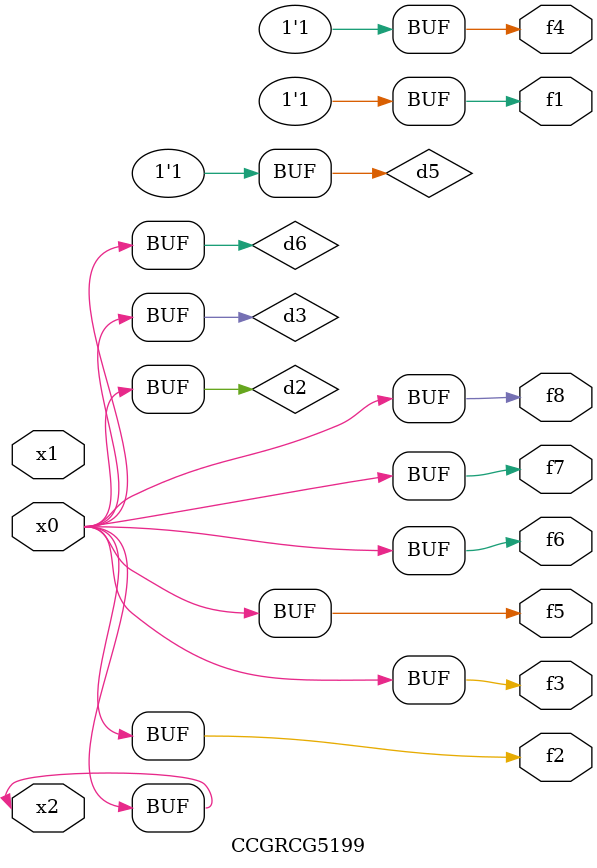
<source format=v>
module CCGRCG5199(
	input x0, x1, x2,
	output f1, f2, f3, f4, f5, f6, f7, f8
);

	wire d1, d2, d3, d4, d5, d6;

	xnor (d1, x2);
	buf (d2, x0, x2);
	and (d3, x0);
	xnor (d4, x1, x2);
	nand (d5, d1, d3);
	buf (d6, d2, d3);
	assign f1 = d5;
	assign f2 = d6;
	assign f3 = d6;
	assign f4 = d5;
	assign f5 = d6;
	assign f6 = d6;
	assign f7 = d6;
	assign f8 = d6;
endmodule

</source>
